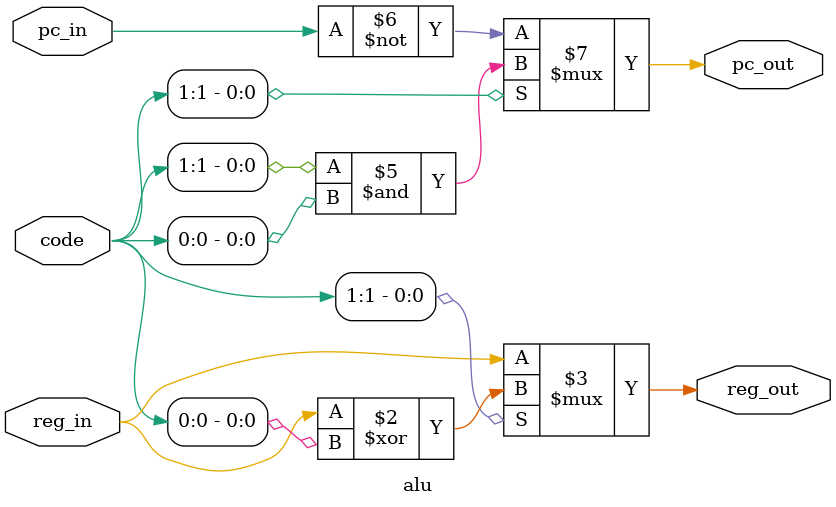
<source format=v>
module alu (
             input       reg_in, pc_in,
             input [1:0] code, // code[1] is the cmd, code[0] is the arg
             output reg_out, pc_out
            );

   assign reg_out = code[1] == 1'b1 ?
                    reg_in ^ code[0] : // xor
                    reg_in;            // reg

   assign pc_out  = code[1] == 1'b1 ?
                    code[1] & code[0] : // jmp
                    ~pc_in;             // pc++
   
endmodule // alu

</source>
